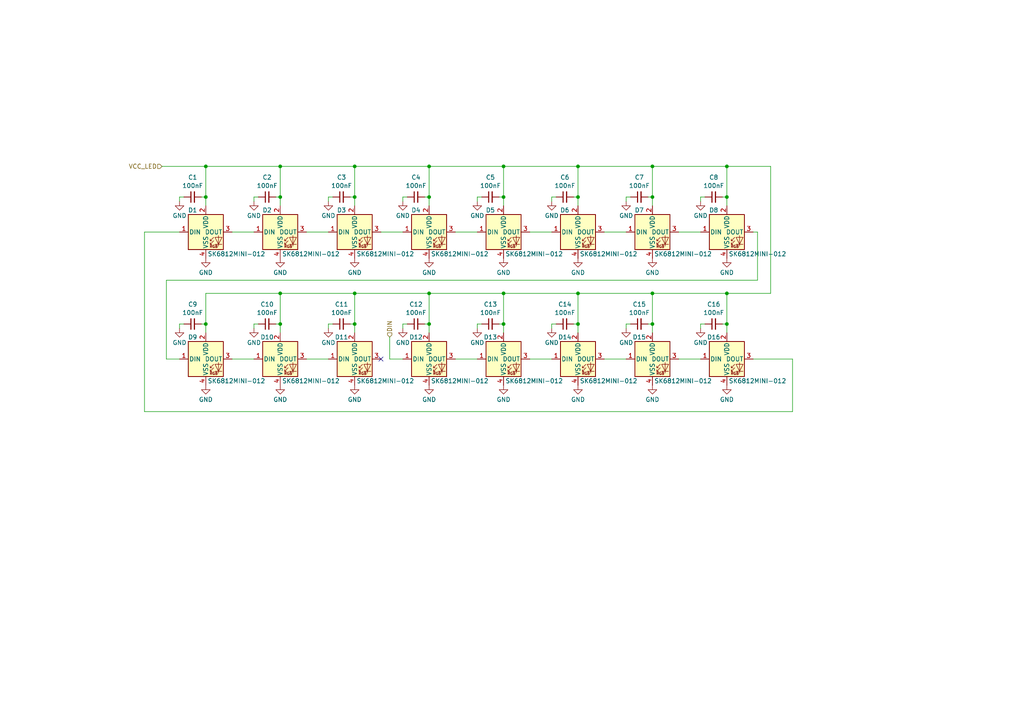
<source format=kicad_sch>
(kicad_sch (version 20230121) (generator eeschema)
  (paper "A4")
  (lib_symbols
    (symbol "Device:C_Small" (pin_numbers hide) (pin_names (offset 0.254) hide)
      (property "Reference" "C" (at 0.254 1.778 0))
      (property "Value" "C_Small" (at 0.254 -2.032 0))
      (symbol "C_Small_0_1"
        (polyline (pts (xy -1.524 -0.508) (xy 1.524 -0.508)) (stroke (width 0.3302)))
        (polyline (pts (xy -1.524 0.508) (xy 1.524 0.508)) (stroke (width 0.3048)))
      )
      (symbol "C_Small_1_1"
        (pin passive line (at 0 2.54 270) (length 2.032) (name "~") (number "1"))
        (pin passive line (at 0 -2.54 90) (length 2.032) (name "~") (number "2"))
      )
    )
    (symbol "LED_OPSCO:SK6812MINI-012" (pin_names (offset 0.254))
      (property "Reference" "D" (at 5.08 5.715 0))
      (property "Value" "SK6812MINI-012" (at 1.27 -5.715 0))
      (symbol "SK6812MINI-012_0_0"
        (text "RGB" (at 2.286 -4.191 0) (effects (font (size 0.762 0.762))))
      )
      (symbol "SK6812MINI-012_0_1"
        (rectangle (start -5.08 5.08) (end 5.08 -5.08) (stroke (width 0.254)) (fill (type background)))
        (polyline (pts (xy 1.27 -3.556) (xy 1.778 -3.556)))
        (polyline (pts (xy 1.27 -2.54) (xy 1.778 -2.54)))
        (polyline (pts (xy 4.699 -3.556) (xy 2.667 -3.556)))
        (polyline (pts (xy 2.286 -2.54) (xy 1.27 -3.556) (xy 1.27 -3.048)))
        (polyline (pts (xy 2.286 -1.524) (xy 1.27 -2.54) (xy 1.27 -2.032)))
        (polyline (pts (xy 3.683 -1.016) (xy 3.683 -3.556) (xy 3.683 -4.064)))
        (polyline (pts (xy 4.699 -1.524) (xy 2.667 -1.524) (xy 3.683 -3.556) (xy 4.699 -1.524)))
      )
      (symbol "SK6812MINI-012_1_1"
        (pin input line (at -7.62 0 0) (length 2.54) (name "DIN") (number "1"))
        (pin power_in line (at 0 7.62 270) (length 2.54) (name "VDD") (number "2"))
        (pin output line (at 7.62 0 180) (length 2.54) (name "DOUT") (number "3"))
        (pin power_in line (at 0 -7.62 90) (length 2.54) (name "VSS") (number "4"))
      )
    )
    (symbol "power:GND" (power) (pin_names (offset 0))
      (property "Value" "GND" (at 0 -3.81 0))
      (symbol "GND_0_1"
        (polyline (pts (xy 0 0) (xy 0 -1.27) (xy 1.27 -1.27) (xy 0 -2.54) (xy -1.27 -1.27) (xy 0 -1.27)))
      )
      (symbol "GND_1_1"
        (pin power_in line (at 0 0 270) (length 0) hide (name "GND") (number "1"))
      )
    )
  )
  (junction (at 189.23 57.15))
  (junction (at 102.87 93.98))
  (junction (at 81.28 57.15))
  (junction (at 189.23 85.09))
  (junction (at 59.69 57.15))
  (junction (at 167.64 57.15))
  (junction (at 146.05 85.09))
  (junction (at 102.87 48.26))
  (junction (at 124.46 57.15))
  (junction (at 189.23 93.98))
  (junction (at 81.28 48.26))
  (junction (at 189.23 48.26))
  (junction (at 146.05 48.26))
  (junction (at 210.82 85.09))
  (junction (at 59.69 93.98))
  (junction (at 167.64 93.98))
  (junction (at 167.64 85.09))
  (junction (at 146.05 93.98))
  (junction (at 210.82 57.15))
  (junction (at 124.46 93.98))
  (junction (at 124.46 85.09))
  (junction (at 102.87 85.09))
  (junction (at 81.28 85.09))
  (junction (at 59.69 48.26))
  (junction (at 102.87 57.15))
  (junction (at 167.64 48.26))
  (junction (at 81.28 93.98))
  (junction (at 124.46 48.26))
  (junction (at 210.82 48.26))
  (junction (at 210.82 93.98))
  (junction (at 146.05 57.15))
  (no_connect (at 110.49 104.14))
  (wire (pts (xy 209.55 93.98) (xy 210.82 93.98)))
  (wire (pts (xy 210.82 48.26) (xy 189.23 48.26)))
  (wire (pts (xy 58.42 93.98) (xy 59.69 93.98)))
  (wire (pts (xy 203.2 93.98) (xy 204.47 93.98)))
  (wire (pts (xy 146.05 57.15) (xy 146.05 48.26)))
  (wire (pts (xy 187.96 57.15) (xy 189.23 57.15)))
  (wire (pts (xy 67.31 67.31) (xy 73.66 67.31)))
  (wire (pts (xy 203.2 95.25) (xy 203.2 93.98)))
  (wire (pts (xy 167.64 57.15) (xy 167.64 59.69)))
  (wire (pts (xy 167.64 85.09) (xy 146.05 85.09)))
  (wire (pts (xy 116.84 93.98) (xy 118.11 93.98)))
  (wire (pts (xy 102.87 48.26) (xy 81.28 48.26)))
  (wire (pts (xy 219.71 67.31) (xy 219.71 81.28)))
  (wire (pts (xy 52.07 95.25) (xy 52.07 93.98)))
  (wire (pts (xy 88.9 104.14) (xy 95.25 104.14)))
  (wire (pts (xy 223.52 48.26) (xy 210.82 48.26)))
  (wire (pts (xy 138.43 93.98) (xy 139.7 93.98)))
  (wire (pts (xy 181.61 95.25) (xy 181.61 93.98)))
  (wire (pts (xy 124.46 57.15) (xy 124.46 59.69)))
  (wire (pts (xy 41.91 67.31) (xy 52.07 67.31)))
  (wire (pts (xy 181.61 58.42) (xy 181.61 57.15)))
  (wire (pts (xy 166.37 57.15) (xy 167.64 57.15)))
  (wire (pts (xy 189.23 48.26) (xy 167.64 48.26)))
  (wire (pts (xy 223.52 85.09) (xy 223.52 48.26)))
  (wire (pts (xy 80.01 57.15) (xy 81.28 57.15)))
  (wire (pts (xy 124.46 93.98) (xy 124.46 96.52)))
  (wire (pts (xy 116.84 58.42) (xy 116.84 57.15)))
  (wire (pts (xy 181.61 57.15) (xy 182.88 57.15)))
  (wire (pts (xy 113.03 104.14) (xy 116.84 104.14)))
  (wire (pts (xy 210.82 93.98) (xy 210.82 85.09)))
  (wire (pts (xy 203.2 58.42) (xy 203.2 57.15)))
  (wire (pts (xy 88.9 67.31) (xy 95.25 67.31)))
  (wire (pts (xy 175.26 104.14) (xy 181.61 104.14)))
  (wire (pts (xy 146.05 48.26) (xy 124.46 48.26)))
  (wire (pts (xy 189.23 57.15) (xy 189.23 48.26)))
  (wire (pts (xy 95.25 58.42) (xy 95.25 57.15)))
  (wire (pts (xy 229.87 119.38) (xy 41.91 119.38)))
  (wire (pts (xy 46.99 48.26) (xy 59.69 48.26)))
  (wire (pts (xy 110.49 67.31) (xy 116.84 67.31)))
  (wire (pts (xy 95.25 95.25) (xy 95.25 93.98)))
  (wire (pts (xy 81.28 48.26) (xy 59.69 48.26)))
  (wire (pts (xy 189.23 93.98) (xy 189.23 85.09)))
  (wire (pts (xy 52.07 93.98) (xy 53.34 93.98)))
  (wire (pts (xy 189.23 85.09) (xy 167.64 85.09)))
  (wire (pts (xy 124.46 48.26) (xy 102.87 48.26)))
  (wire (pts (xy 209.55 57.15) (xy 210.82 57.15)))
  (wire (pts (xy 138.43 95.25) (xy 138.43 93.98)))
  (wire (pts (xy 146.05 85.09) (xy 124.46 85.09)))
  (wire (pts (xy 59.69 85.09) (xy 59.69 93.98)))
  (wire (pts (xy 124.46 93.98) (xy 124.46 85.09)))
  (wire (pts (xy 218.44 67.31) (xy 219.71 67.31)))
  (wire (pts (xy 102.87 93.98) (xy 102.87 85.09)))
  (wire (pts (xy 210.82 93.98) (xy 210.82 96.52)))
  (wire (pts (xy 52.07 104.14) (xy 48.26 104.14)))
  (wire (pts (xy 52.07 57.15) (xy 53.34 57.15)))
  (wire (pts (xy 203.2 57.15) (xy 204.47 57.15)))
  (wire (pts (xy 160.02 57.15) (xy 161.29 57.15)))
  (wire (pts (xy 124.46 85.09) (xy 102.87 85.09)))
  (wire (pts (xy 101.6 93.98) (xy 102.87 93.98)))
  (wire (pts (xy 48.26 104.14) (xy 48.26 81.28)))
  (wire (pts (xy 59.69 48.26) (xy 59.69 57.15)))
  (wire (pts (xy 166.37 93.98) (xy 167.64 93.98)))
  (wire (pts (xy 144.78 57.15) (xy 146.05 57.15)))
  (wire (pts (xy 153.67 67.31) (xy 160.02 67.31)))
  (wire (pts (xy 81.28 57.15) (xy 81.28 59.69)))
  (wire (pts (xy 167.64 93.98) (xy 167.64 96.52)))
  (wire (pts (xy 80.01 93.98) (xy 81.28 93.98)))
  (wire (pts (xy 229.87 104.14) (xy 229.87 119.38)))
  (wire (pts (xy 132.08 104.14) (xy 138.43 104.14)))
  (wire (pts (xy 81.28 57.15) (xy 81.28 48.26)))
  (wire (pts (xy 52.07 58.42) (xy 52.07 57.15)))
  (wire (pts (xy 123.19 57.15) (xy 124.46 57.15)))
  (wire (pts (xy 181.61 93.98) (xy 182.88 93.98)))
  (wire (pts (xy 160.02 93.98) (xy 161.29 93.98)))
  (wire (pts (xy 59.69 93.98) (xy 59.69 96.52)))
  (wire (pts (xy 124.46 57.15) (xy 124.46 48.26)))
  (wire (pts (xy 73.66 58.42) (xy 73.66 57.15)))
  (wire (pts (xy 95.25 57.15) (xy 96.52 57.15)))
  (wire (pts (xy 196.85 104.14) (xy 203.2 104.14)))
  (wire (pts (xy 146.05 93.98) (xy 146.05 85.09)))
  (wire (pts (xy 160.02 58.42) (xy 160.02 57.15)))
  (wire (pts (xy 102.87 85.09) (xy 81.28 85.09)))
  (wire (pts (xy 132.08 67.31) (xy 138.43 67.31)))
  (wire (pts (xy 187.96 93.98) (xy 189.23 93.98)))
  (wire (pts (xy 160.02 95.25) (xy 160.02 93.98)))
  (wire (pts (xy 113.03 97.79) (xy 113.03 104.14)))
  (wire (pts (xy 81.28 93.98) (xy 81.28 96.52)))
  (wire (pts (xy 73.66 93.98) (xy 74.93 93.98)))
  (wire (pts (xy 189.23 93.98) (xy 189.23 96.52)))
  (wire (pts (xy 138.43 57.15) (xy 139.7 57.15)))
  (wire (pts (xy 167.64 93.98) (xy 167.64 85.09)))
  (wire (pts (xy 167.64 57.15) (xy 167.64 48.26)))
  (wire (pts (xy 81.28 93.98) (xy 81.28 85.09)))
  (wire (pts (xy 41.91 119.38) (xy 41.91 67.31)))
  (wire (pts (xy 175.26 67.31) (xy 181.61 67.31)))
  (wire (pts (xy 67.31 104.14) (xy 73.66 104.14)))
  (wire (pts (xy 95.25 93.98) (xy 96.52 93.98)))
  (wire (pts (xy 218.44 104.14) (xy 229.87 104.14)))
  (wire (pts (xy 153.67 104.14) (xy 160.02 104.14)))
  (wire (pts (xy 138.43 58.42) (xy 138.43 57.15)))
  (wire (pts (xy 73.66 57.15) (xy 74.93 57.15)))
  (wire (pts (xy 146.05 57.15) (xy 146.05 59.69)))
  (wire (pts (xy 210.82 85.09) (xy 189.23 85.09)))
  (wire (pts (xy 58.42 57.15) (xy 59.69 57.15)))
  (wire (pts (xy 123.19 93.98) (xy 124.46 93.98)))
  (wire (pts (xy 144.78 93.98) (xy 146.05 93.98)))
  (wire (pts (xy 210.82 57.15) (xy 210.82 59.69)))
  (wire (pts (xy 73.66 95.25) (xy 73.66 93.98)))
  (wire (pts (xy 167.64 48.26) (xy 146.05 48.26)))
  (wire (pts (xy 146.05 93.98) (xy 146.05 96.52)))
  (wire (pts (xy 48.26 81.28) (xy 219.71 81.28)))
  (wire (pts (xy 116.84 57.15) (xy 118.11 57.15)))
  (wire (pts (xy 101.6 57.15) (xy 102.87 57.15)))
  (wire (pts (xy 59.69 57.15) (xy 59.69 59.69)))
  (wire (pts (xy 102.87 93.98) (xy 102.87 96.52)))
  (wire (pts (xy 102.87 57.15) (xy 102.87 48.26)))
  (wire (pts (xy 210.82 57.15) (xy 210.82 48.26)))
  (wire (pts (xy 196.85 67.31) (xy 203.2 67.31)))
  (wire (pts (xy 116.84 95.25) (xy 116.84 93.98)))
  (wire (pts (xy 81.28 85.09) (xy 59.69 85.09)))
  (wire (pts (xy 189.23 57.15) (xy 189.23 59.69)))
  (wire (pts (xy 102.87 57.15) (xy 102.87 59.69)))
  (wire (pts (xy 210.82 85.09) (xy 223.52 85.09)))
  (hierarchical_label "DIN" (shape input) (at 113.03 97.79 90))
  (hierarchical_label "VCC_LED" (shape input) (at 46.99 48.26 180))
  (symbol (lib_id "power:GND") (at 189.23 111.76 0) (unit 1)
    (property "Reference" "#PWR031" (effects hide))
    (property "Value" "GND" (at 189.23 115.8931 0))
  )
  (symbol (lib_id "LED_OPSCO:SK6812MINI-012") (at 167.64 67.31 0) (unit 1)
    (property "Reference" "D6" (at 163.83 60.96 0))
    (property "Value" "SK6812MINI-012" (at 176.53 73.66 0))
    (property "Footprint" "LED_SMD_RGB:XXXX12-X1" (effects hide))
    (property "Datasheet" "https://datasheet.lcsc.com/lcsc/2304171800_OPSCO-Optoelectronics-SK6812mini_C2886570.pdf" (effects hide))
    (property "LCSC" "C2886570" (effects hide))
  )
  (symbol (lib_id "Device:C_Small") (at 207.01 93.98 90) (unit 1)
    (property "Reference" "C16" (at 207.0163 88.2736 90))
    (property "Value" "100nF" (at 207.0163 90.6978 90))
    (property "Footprint" "Capacitor_SMD:C_0402_1005Metric" (effects hide))
    (property "LCSC" "C1525" (effects hide))
  )
  (symbol (lib_id "LED_OPSCO:SK6812MINI-012") (at 59.69 67.31 0) (unit 1)
    (property "Reference" "D1" (at 55.88 60.96 0))
    (property "Value" "SK6812MINI-012" (at 68.58 73.66 0))
    (property "Footprint" "LED_SMD_RGB:XXXX12-X1" (effects hide))
    (property "Datasheet" "https://datasheet.lcsc.com/lcsc/2304171800_OPSCO-Optoelectronics-SK6812mini_C2886570.pdf" (effects hide))
    (property "LCSC" "C2886570" (effects hide))
  )
  (symbol (lib_id "Device:C_Small") (at 99.06 57.15 90) (unit 1)
    (property "Reference" "C3" (at 99.0663 51.4436 90))
    (property "Value" "100nF" (at 99.0663 53.8678 90))
    (property "Footprint" "Capacitor_SMD:C_0402_1005Metric" (effects hide))
    (property "LCSC" "C1525" (effects hide))
  )
  (symbol (lib_id "power:GND") (at 81.28 111.76 0) (unit 1)
    (property "Reference" "#PWR021" (effects hide))
    (property "Value" "GND" (at 81.28 115.8931 0))
  )
  (symbol (lib_id "Device:C_Small") (at 99.06 93.98 90) (unit 1)
    (property "Reference" "C11" (at 99.0663 88.2736 90))
    (property "Value" "100nF" (at 99.0663 90.6978 90))
    (property "Footprint" "Capacitor_SMD:C_0402_1005Metric" (effects hide))
    (property "LCSC" "C1525" (effects hide))
  )
  (symbol (lib_id "power:GND") (at 124.46 111.76 0) (unit 1)
    (property "Reference" "#PWR025" (effects hide))
    (property "Value" "GND" (at 124.46 115.8931 0))
  )
  (symbol (lib_id "power:GND") (at 95.25 58.42 0) (unit 1)
    (property "Reference" "#PWR06" (effects hide))
    (property "Value" "GND" (at 95.25 62.5531 0))
  )
  (symbol (lib_id "Device:C_Small") (at 120.65 57.15 90) (unit 1)
    (property "Reference" "C4" (at 120.6563 51.4436 90))
    (property "Value" "100nF" (at 120.6563 53.8678 90))
    (property "Footprint" "Capacitor_SMD:C_0402_1005Metric" (effects hide))
    (property "LCSC" "C1525" (effects hide))
  )
  (symbol (lib_id "power:GND") (at 116.84 58.42 0) (unit 1)
    (property "Reference" "#PWR08" (effects hide))
    (property "Value" "GND" (at 116.84 62.5531 0))
  )
  (symbol (lib_id "Device:C_Small") (at 185.42 57.15 90) (unit 1)
    (property "Reference" "C7" (at 185.4263 51.4436 90))
    (property "Value" "100nF" (at 185.4263 53.8678 90))
    (property "Footprint" "Capacitor_SMD:C_0402_1005Metric" (effects hide))
    (property "LCSC" "C1525" (effects hide))
  )
  (symbol (lib_id "power:GND") (at 116.84 95.25 0) (unit 1)
    (property "Reference" "#PWR024" (effects hide))
    (property "Value" "GND" (at 116.84 99.3831 0))
  )
  (symbol (lib_id "power:GND") (at 52.07 95.25 0) (unit 1)
    (property "Reference" "#PWR018" (effects hide))
    (property "Value" "GND" (at 52.07 99.3831 0))
  )
  (symbol (lib_id "power:GND") (at 167.64 74.93 0) (unit 1)
    (property "Reference" "#PWR013" (effects hide))
    (property "Value" "GND" (at 167.64 79.0631 0))
  )
  (symbol (lib_id "power:GND") (at 160.02 58.42 0) (unit 1)
    (property "Reference" "#PWR012" (effects hide))
    (property "Value" "GND" (at 160.02 62.5531 0))
  )
  (symbol (lib_id "Device:C_Small") (at 55.88 57.15 90) (unit 1)
    (property "Reference" "C1" (at 55.8863 51.4436 90))
    (property "Value" "100nF" (at 55.8863 53.8678 90))
    (property "Footprint" "Capacitor_SMD:C_0402_1005Metric" (effects hide))
    (property "LCSC" "C1525" (effects hide))
  )
  (symbol (lib_id "power:GND") (at 138.43 58.42 0) (unit 1)
    (property "Reference" "#PWR010" (effects hide))
    (property "Value" "GND" (at 138.43 62.5531 0))
  )
  (symbol (lib_id "Device:C_Small") (at 163.83 57.15 90) (unit 1)
    (property "Reference" "C6" (at 163.8363 51.4436 90))
    (property "Value" "100nF" (at 163.8363 53.8678 90))
    (property "Footprint" "Capacitor_SMD:C_0402_1005Metric" (effects hide))
    (property "LCSC" "C1525" (effects hide))
  )
  (symbol (lib_id "power:GND") (at 189.23 74.93 0) (unit 1)
    (property "Reference" "#PWR015" (effects hide))
    (property "Value" "GND" (at 189.23 79.0631 0))
  )
  (symbol (lib_id "LED_OPSCO:SK6812MINI-012") (at 146.05 104.14 0) (unit 1)
    (property "Reference" "D13" (at 142.24 97.79 0))
    (property "Value" "SK6812MINI-012" (at 154.94 110.49 0))
    (property "Footprint" "LED_SMD_RGB:XXXX12-X1" (effects hide))
    (property "Datasheet" "https://datasheet.lcsc.com/lcsc/2304171800_OPSCO-Optoelectronics-SK6812mini_C2886570.pdf" (effects hide))
    (property "LCSC" "C2886570" (effects hide))
  )
  (symbol (lib_id "power:GND") (at 59.69 111.76 0) (unit 1)
    (property "Reference" "#PWR019" (effects hide))
    (property "Value" "GND" (at 59.69 115.8931 0))
  )
  (symbol (lib_id "LED_OPSCO:SK6812MINI-012") (at 102.87 67.31 0) (unit 1)
    (property "Reference" "D3" (at 99.06 60.96 0))
    (property "Value" "SK6812MINI-012" (at 111.76 73.66 0))
    (property "Footprint" "LED_SMD_RGB:XXXX12-X1" (effects hide))
    (property "Datasheet" "https://datasheet.lcsc.com/lcsc/2304171800_OPSCO-Optoelectronics-SK6812mini_C2886570.pdf" (effects hide))
    (property "LCSC" "C2886570" (effects hide))
  )
  (symbol (lib_id "power:GND") (at 102.87 111.76 0) (unit 1)
    (property "Reference" "#PWR023" (effects hide))
    (property "Value" "GND" (at 102.87 115.8931 0))
  )
  (symbol (lib_id "LED_OPSCO:SK6812MINI-012") (at 81.28 104.14 0) (unit 1)
    (property "Reference" "D10" (at 77.47 97.79 0))
    (property "Value" "SK6812MINI-012" (at 90.17 110.49 0))
    (property "Footprint" "LED_SMD_RGB:XXXX12-X1" (effects hide))
    (property "Datasheet" "https://datasheet.lcsc.com/lcsc/2304171800_OPSCO-Optoelectronics-SK6812mini_C2886570.pdf" (effects hide))
    (property "LCSC" "C2886570" (effects hide))
  )
  (symbol (lib_id "LED_OPSCO:SK6812MINI-012") (at 102.87 104.14 0) (unit 1)
    (property "Reference" "D11" (at 99.06 97.79 0))
    (property "Value" "SK6812MINI-012" (at 111.76 110.49 0))
    (property "Footprint" "LED_SMD_RGB:XXXX12-X1" (effects hide))
    (property "Datasheet" "https://datasheet.lcsc.com/lcsc/2304171800_OPSCO-Optoelectronics-SK6812mini_C2886570.pdf" (effects hide))
    (property "LCSC" "C2886570" (effects hide))
  )
  (symbol (lib_id "Device:C_Small") (at 55.88 93.98 90) (unit 1)
    (property "Reference" "C9" (at 55.8863 88.2736 90))
    (property "Value" "100nF" (at 55.8863 90.6978 90))
    (property "Footprint" "Capacitor_SMD:C_0402_1005Metric" (effects hide))
    (property "LCSC" "C1525" (effects hide))
  )
  (symbol (lib_id "Device:C_Small") (at 77.47 93.98 90) (unit 1)
    (property "Reference" "C10" (at 77.4763 88.2736 90))
    (property "Value" "100nF" (at 77.4763 90.6978 90))
    (property "Footprint" "Capacitor_SMD:C_0402_1005Metric" (effects hide))
    (property "LCSC" "C1525" (effects hide))
  )
  (symbol (lib_id "LED_OPSCO:SK6812MINI-012") (at 146.05 67.31 0) (unit 1)
    (property "Reference" "D5" (at 142.24 60.96 0))
    (property "Value" "SK6812MINI-012" (at 154.94 73.66 0))
    (property "Footprint" "LED_SMD_RGB:XXXX12-X1" (effects hide))
    (property "Datasheet" "https://datasheet.lcsc.com/lcsc/2304171800_OPSCO-Optoelectronics-SK6812mini_C2886570.pdf" (effects hide))
    (property "LCSC" "C2886570" (effects hide))
  )
  (symbol (lib_id "power:GND") (at 73.66 58.42 0) (unit 1)
    (property "Reference" "#PWR04" (effects hide))
    (property "Value" "GND" (at 73.66 62.5531 0))
  )
  (symbol (lib_id "power:GND") (at 181.61 58.42 0) (unit 1)
    (property "Reference" "#PWR014" (effects hide))
    (property "Value" "GND" (at 181.61 62.5531 0))
  )
  (symbol (lib_id "LED_OPSCO:SK6812MINI-012") (at 59.69 104.14 0) (unit 1)
    (property "Reference" "D9" (at 55.88 97.79 0))
    (property "Value" "SK6812MINI-012" (at 68.58 110.49 0))
    (property "Footprint" "LED_SMD_RGB:XXXX12-X1" (effects hide))
    (property "Datasheet" "https://datasheet.lcsc.com/lcsc/2304171800_OPSCO-Optoelectronics-SK6812mini_C2886570.pdf" (effects hide))
    (property "LCSC" "C2886570" (effects hide))
  )
  (symbol (lib_id "Device:C_Small") (at 185.42 93.98 90) (unit 1)
    (property "Reference" "C15" (at 185.4263 88.2736 90))
    (property "Value" "100nF" (at 185.4263 90.6978 90))
    (property "Footprint" "Capacitor_SMD:C_0402_1005Metric" (effects hide))
    (property "LCSC" "C1525" (effects hide))
  )
  (symbol (lib_id "LED_OPSCO:SK6812MINI-012") (at 167.64 104.14 0) (unit 1)
    (property "Reference" "D14" (at 163.83 97.79 0))
    (property "Value" "SK6812MINI-012" (at 176.53 110.49 0))
    (property "Footprint" "LED_SMD_RGB:XXXX12-X1" (effects hide))
    (property "Datasheet" "https://datasheet.lcsc.com/lcsc/2304171800_OPSCO-Optoelectronics-SK6812mini_C2886570.pdf" (effects hide))
    (property "LCSC" "C2886570" (effects hide))
  )
  (symbol (lib_id "power:GND") (at 210.82 111.76 0) (unit 1)
    (property "Reference" "#PWR033" (effects hide))
    (property "Value" "GND" (at 210.82 115.8931 0))
  )
  (symbol (lib_id "power:GND") (at 59.69 74.93 0) (unit 1)
    (property "Reference" "#PWR03" (effects hide))
    (property "Value" "GND" (at 59.69 79.0631 0))
  )
  (symbol (lib_id "power:GND") (at 124.46 74.93 0) (unit 1)
    (property "Reference" "#PWR09" (effects hide))
    (property "Value" "GND" (at 124.46 79.0631 0))
  )
  (symbol (lib_id "Device:C_Small") (at 77.47 57.15 90) (unit 1)
    (property "Reference" "C2" (at 77.4763 51.4436 90))
    (property "Value" "100nF" (at 77.4763 53.8678 90))
    (property "Footprint" "Capacitor_SMD:C_0402_1005Metric" (effects hide))
    (property "LCSC" "C1525" (effects hide))
  )
  (symbol (lib_id "power:GND") (at 102.87 74.93 0) (unit 1)
    (property "Reference" "#PWR07" (effects hide))
    (property "Value" "GND" (at 102.87 79.0631 0))
  )
  (symbol (lib_id "power:GND") (at 52.07 58.42 0) (unit 1)
    (property "Reference" "#PWR02" (effects hide))
    (property "Value" "GND" (at 52.07 62.5531 0))
  )
  (symbol (lib_id "power:GND") (at 167.64 111.76 0) (unit 1)
    (property "Reference" "#PWR029" (effects hide))
    (property "Value" "GND" (at 167.64 115.8931 0))
  )
  (symbol (lib_id "power:GND") (at 138.43 95.25 0) (unit 1)
    (property "Reference" "#PWR026" (effects hide))
    (property "Value" "GND" (at 138.43 99.3831 0))
  )
  (symbol (lib_id "LED_OPSCO:SK6812MINI-012") (at 210.82 67.31 0) (unit 1)
    (property "Reference" "D8" (at 207.01 60.96 0))
    (property "Value" "SK6812MINI-012" (at 219.71 73.66 0))
    (property "Footprint" "LED_SMD_RGB:XXXX12-X1" (effects hide))
    (property "Datasheet" "https://datasheet.lcsc.com/lcsc/2304171800_OPSCO-Optoelectronics-SK6812mini_C2886570.pdf" (effects hide))
    (property "LCSC" "C2886570" (effects hide))
  )
  (symbol (lib_id "LED_OPSCO:SK6812MINI-012") (at 210.82 104.14 0) (unit 1)
    (property "Reference" "D16" (at 207.01 97.79 0))
    (property "Value" "SK6812MINI-012" (at 219.71 110.49 0))
    (property "Footprint" "LED_SMD_RGB:XXXX12-X1" (effects hide))
    (property "Datasheet" "https://datasheet.lcsc.com/lcsc/2304171800_OPSCO-Optoelectronics-SK6812mini_C2886570.pdf" (effects hide))
    (property "LCSC" "C2886570" (effects hide))
  )
  (symbol (lib_id "LED_OPSCO:SK6812MINI-012") (at 124.46 67.31 0) (unit 1)
    (property "Reference" "D4" (at 120.65 60.96 0))
    (property "Value" "SK6812MINI-012" (at 133.35 73.66 0))
    (property "Footprint" "LED_SMD_RGB:XXXX12-X1" (effects hide))
    (property "Datasheet" "https://datasheet.lcsc.com/lcsc/2304171800_OPSCO-Optoelectronics-SK6812mini_C2886570.pdf" (effects hide))
    (property "LCSC" "C2886570" (effects hide))
  )
  (symbol (lib_id "LED_OPSCO:SK6812MINI-012") (at 81.28 67.31 0) (unit 1)
    (property "Reference" "D2" (at 77.47 60.96 0))
    (property "Value" "SK6812MINI-012" (at 90.17 73.66 0))
    (property "Footprint" "LED_SMD_RGB:XXXX12-X1" (effects hide))
    (property "Datasheet" "https://datasheet.lcsc.com/lcsc/2304171800_OPSCO-Optoelectronics-SK6812mini_C2886570.pdf" (effects hide))
    (property "LCSC" "C2886570" (effects hide))
  )
  (symbol (lib_id "Device:C_Small") (at 142.24 93.98 90) (unit 1)
    (property "Reference" "C13" (at 142.2463 88.2736 90))
    (property "Value" "100nF" (at 142.2463 90.6978 90))
    (property "Footprint" "Capacitor_SMD:C_0402_1005Metric" (effects hide))
    (property "LCSC" "C1525" (effects hide))
  )
  (symbol (lib_id "Device:C_Small") (at 120.65 93.98 90) (unit 1)
    (property "Reference" "C12" (at 120.6563 88.2736 90))
    (property "Value" "100nF" (at 120.6563 90.6978 90))
    (property "Footprint" "Capacitor_SMD:C_0402_1005Metric" (effects hide))
    (property "LCSC" "C1525" (effects hide))
  )
  (symbol (lib_id "Device:C_Small") (at 207.01 57.15 90) (unit 1)
    (property "Reference" "C8" (at 207.0163 51.4436 90))
    (property "Value" "100nF" (at 207.0163 53.8678 90))
    (property "Footprint" "Capacitor_SMD:C_0402_1005Metric" (effects hide))
    (property "LCSC" "C1525" (effects hide))
  )
  (symbol (lib_id "Device:C_Small") (at 163.83 93.98 90) (unit 1)
    (property "Reference" "C14" (at 163.8363 88.2736 90))
    (property "Value" "100nF" (at 163.8363 90.6978 90))
    (property "Footprint" "Capacitor_SMD:C_0402_1005Metric" (effects hide))
    (property "LCSC" "C1525" (effects hide))
  )
  (symbol (lib_id "power:GND") (at 203.2 95.25 0) (unit 1)
    (property "Reference" "#PWR032" (effects hide))
    (property "Value" "GND" (at 203.2 99.3831 0))
  )
  (symbol (lib_id "power:GND") (at 210.82 74.93 0) (unit 1)
    (property "Reference" "#PWR017" (effects hide))
    (property "Value" "GND" (at 210.82 79.0631 0))
  )
  (symbol (lib_id "power:GND") (at 181.61 95.25 0) (unit 1)
    (property "Reference" "#PWR030" (effects hide))
    (property "Value" "GND" (at 181.61 99.3831 0))
  )
  (symbol (lib_id "LED_OPSCO:SK6812MINI-012") (at 189.23 104.14 0) (unit 1)
    (property "Reference" "D15" (at 185.42 97.79 0))
    (property "Value" "SK6812MINI-012" (at 198.12 110.49 0))
    (property "Footprint" "LED_SMD_RGB:XXXX12-X1" (effects hide))
    (property "Datasheet" "https://datasheet.lcsc.com/lcsc/2304171800_OPSCO-Optoelectronics-SK6812mini_C2886570.pdf" (effects hide))
    (property "LCSC" "C2886570" (effects hide))
  )
  (symbol (lib_id "LED_OPSCO:SK6812MINI-012") (at 189.23 67.31 0) (unit 1)
    (property "Reference" "D7" (at 185.42 60.96 0))
    (property "Value" "SK6812MINI-012" (at 198.12 73.66 0))
    (property "Footprint" "LED_SMD_RGB:XXXX12-X1" (effects hide))
    (property "Datasheet" "https://datasheet.lcsc.com/lcsc/2304171800_OPSCO-Optoelectronics-SK6812mini_C2886570.pdf" (effects hide))
    (property "LCSC" "C2886570" (effects hide))
  )
  (symbol (lib_id "Device:C_Small") (at 142.24 57.15 90) (unit 1)
    (property "Reference" "C5" (at 142.2463 51.4436 90))
    (property "Value" "100nF" (at 142.2463 53.8678 90))
    (property "Footprint" "Capacitor_SMD:C_0402_1005Metric" (effects hide))
    (property "LCSC" "C1525" (effects hide))
  )
  (symbol (lib_id "power:GND") (at 203.2 58.42 0) (unit 1)
    (property "Reference" "#PWR016" (effects hide))
    (property "Value" "GND" (at 203.2 62.5531 0))
  )
  (symbol (lib_id "LED_OPSCO:SK6812MINI-012") (at 124.46 104.14 0) (unit 1)
    (property "Reference" "D12" (at 120.65 97.79 0))
    (property "Value" "SK6812MINI-012" (at 133.35 110.49 0))
    (property "Footprint" "LED_SMD_RGB:XXXX12-X1" (effects hide))
    (property "Datasheet" "https://datasheet.lcsc.com/lcsc/2304171800_OPSCO-Optoelectronics-SK6812mini_C2886570.pdf" (effects hide))
    (property "LCSC" "C2886570" (effects hide))
  )
  (symbol (lib_id "power:GND") (at 146.05 111.76 0) (unit 1)
    (property "Reference" "#PWR027" (effects hide))
    (property "Value" "GND" (at 146.05 115.8931 0))
  )
  (symbol (lib_id "power:GND") (at 160.02 95.25 0) (unit 1)
    (property "Reference" "#PWR028" (effects hide))
    (property "Value" "GND" (at 160.02 99.3831 0))
  )
  (symbol (lib_id "power:GND") (at 95.25 95.25 0) (unit 1)
    (property "Reference" "#PWR022" (effects hide))
    (property "Value" "GND" (at 95.25 99.3831 0))
  )
  (symbol (lib_id "power:GND") (at 81.28 74.93 0) (unit 1)
    (property "Reference" "#PWR05" (effects hide))
    (property "Value" "GND" (at 81.28 79.0631 0))
  )
  (symbol (lib_id "power:GND") (at 146.05 74.93 0) (unit 1)
    (property "Reference" "#PWR011" (effects hide))
    (property "Value" "GND" (at 146.05 79.0631 0))
  )
  (symbol (lib_id "power:GND") (at 73.66 95.25 0) (unit 1)
    (property "Reference" "#PWR020" (effects hide))
    (property "Value" "GND" (at 73.66 99.3831 0))
  )
)
</source>
